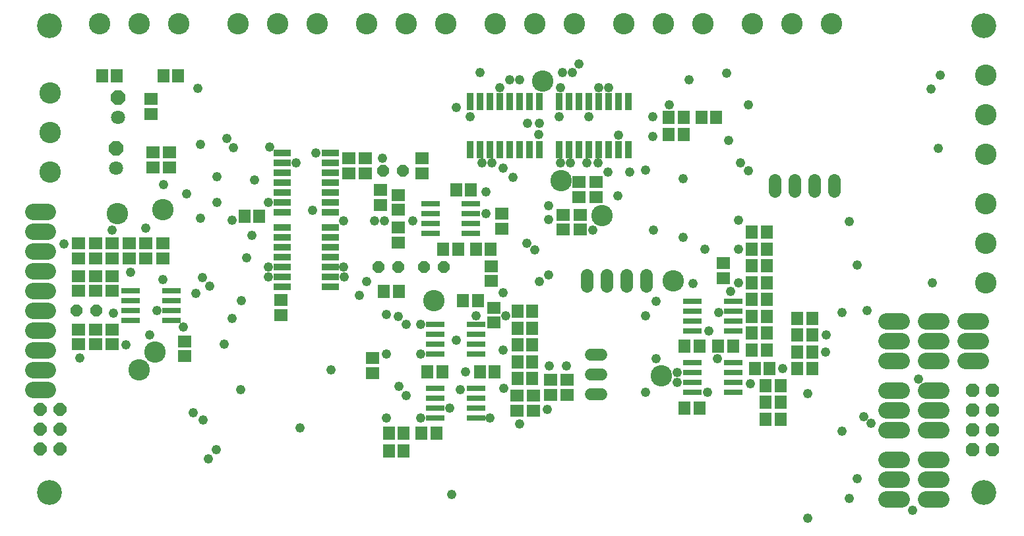
<source format=gbr>
G04 EAGLE Gerber RS-274X export*
G75*
%MOMM*%
%FSLAX34Y34*%
%LPD*%
%INSoldermask Top*%
%IPPOS*%
%AMOC8*
5,1,8,0,0,1.08239X$1,22.5*%
G01*
%ADD10C,3.203200*%
%ADD11R,1.703200X1.503200*%
%ADD12R,2.235200X0.863600*%
%ADD13R,1.803200X1.503200*%
%ADD14R,1.503200X1.803200*%
%ADD15R,0.863600X2.235200*%
%ADD16C,2.133600*%
%ADD17R,1.503200X1.703200*%
%ADD18C,2.743200*%
%ADD19C,1.524000*%
%ADD20P,1.951982X8X112.500000*%
%ADD21C,1.803400*%
%ADD22P,1.649562X8X22.500000*%
%ADD23R,2.403200X0.803200*%
%ADD24P,1.869504X8X292.500000*%
%ADD25P,1.759533X8X112.500000*%
%ADD26C,1.625600*%
%ADD27C,1.209600*%


D10*
X50000Y350000D03*
X50000Y950000D03*
X1250000Y950000D03*
X1250000Y350000D03*
D11*
X434340Y779120D03*
X434340Y760120D03*
D12*
X410464Y614680D03*
X348996Y614680D03*
X410464Y627380D03*
X410464Y640080D03*
X348996Y627380D03*
X348996Y640080D03*
X410464Y652780D03*
X348996Y652780D03*
X410464Y665480D03*
X410464Y678180D03*
X348996Y665480D03*
X348996Y678180D03*
X410464Y690880D03*
X348996Y690880D03*
X410464Y709930D03*
X348996Y709930D03*
X410464Y722630D03*
X410464Y735330D03*
X348996Y722630D03*
X348996Y735330D03*
X410464Y748030D03*
X348996Y748030D03*
X410464Y760730D03*
X410464Y773430D03*
X348996Y760730D03*
X348996Y773430D03*
X410464Y786130D03*
X348996Y786130D03*
D13*
X130810Y540410D03*
X130810Y559410D03*
X109220Y540410D03*
X109220Y559410D03*
X130810Y669900D03*
X130810Y650900D03*
X87630Y650900D03*
X87630Y669900D03*
X731520Y706730D03*
X731520Y687730D03*
D14*
X864210Y810260D03*
X845210Y810260D03*
D13*
X709930Y687730D03*
X709930Y706730D03*
D14*
X906120Y831850D03*
X887120Y831850D03*
D15*
X590550Y790956D03*
X590550Y852424D03*
X603250Y790956D03*
X615950Y790956D03*
X603250Y852424D03*
X615950Y852424D03*
X628650Y790956D03*
X628650Y852424D03*
X641350Y790956D03*
X641350Y852424D03*
X654050Y790956D03*
X666750Y790956D03*
X654050Y852424D03*
X666750Y852424D03*
X679450Y790956D03*
X679450Y852424D03*
X704850Y790956D03*
X704850Y852424D03*
X717550Y790956D03*
X730250Y790956D03*
X717550Y852424D03*
X730250Y852424D03*
X742950Y790956D03*
X742950Y852424D03*
X755650Y790956D03*
X755650Y852424D03*
X768350Y790956D03*
X781050Y790956D03*
X768350Y852424D03*
X781050Y852424D03*
X793750Y790956D03*
X793750Y852424D03*
D16*
X47752Y584200D02*
X28448Y584200D01*
X28448Y609600D02*
X47752Y609600D01*
X47752Y508000D02*
X28448Y508000D01*
X28448Y482600D02*
X47752Y482600D01*
X47752Y685800D02*
X28448Y685800D01*
X28448Y711200D02*
X47752Y711200D01*
X47752Y635000D02*
X28448Y635000D01*
X28448Y660400D02*
X47752Y660400D01*
D17*
X845210Y831850D03*
X864210Y831850D03*
D11*
X751840Y748640D03*
X751840Y729640D03*
D18*
X114300Y952500D03*
X165100Y952500D03*
X215900Y952500D03*
D14*
X970890Y684530D03*
X951890Y684530D03*
X970890Y619760D03*
X951890Y619760D03*
X951890Y598170D03*
X970890Y598170D03*
X970890Y554990D03*
X951890Y554990D03*
D17*
X951890Y641350D03*
X970890Y641350D03*
X970890Y662940D03*
X951890Y662940D03*
X951890Y576580D03*
X970890Y576580D03*
X927710Y538480D03*
X908710Y538480D03*
D14*
X1010310Y574040D03*
X1029310Y574040D03*
X955700Y509270D03*
X974700Y509270D03*
X1010310Y509270D03*
X1029310Y509270D03*
X988670Y466090D03*
X969670Y466090D03*
D17*
X1029310Y530860D03*
X1010310Y530860D03*
X1010310Y552450D03*
X1029310Y552450D03*
X969670Y487680D03*
X988670Y487680D03*
X969670Y444500D03*
X988670Y444500D03*
D14*
X600050Y596900D03*
X581050Y596900D03*
X669900Y561340D03*
X650900Y561340D03*
X669900Y539750D03*
X650900Y539750D03*
D13*
X715010Y475640D03*
X715010Y494640D03*
D14*
X669900Y518160D03*
X650900Y518160D03*
X669900Y496570D03*
X650900Y496570D03*
D17*
X555650Y662940D03*
X574650Y662940D03*
D11*
X621030Y587350D03*
X621030Y568350D03*
X693420Y494640D03*
X693420Y475640D03*
X671830Y474320D03*
X671830Y455320D03*
D19*
X745236Y476250D02*
X758444Y476250D01*
X758444Y527050D02*
X745236Y527050D01*
X745236Y501650D02*
X758444Y501650D01*
D11*
X464820Y522580D03*
X464820Y503580D03*
D17*
X951890Y533400D03*
X970890Y533400D03*
D11*
X915670Y625500D03*
X915670Y644500D03*
D17*
X884530Y538480D03*
X865530Y538480D03*
X865530Y458470D03*
X884530Y458470D03*
X669900Y582930D03*
X650900Y582930D03*
D11*
X182880Y767740D03*
X182880Y786740D03*
D20*
X135890Y792480D03*
D21*
X135890Y767080D03*
D20*
X138430Y857250D03*
D21*
X138430Y831850D03*
D11*
X180340Y836320D03*
X180340Y855320D03*
D13*
X152400Y650900D03*
X152400Y669900D03*
X195580Y650900D03*
X195580Y669900D03*
X173990Y650900D03*
X173990Y669900D03*
X109220Y627990D03*
X109220Y608990D03*
X130810Y608990D03*
X130810Y627990D03*
X87630Y627990D03*
X87630Y608990D03*
D22*
X85090Y584200D03*
X110490Y584200D03*
D11*
X204470Y767740D03*
X204470Y786740D03*
X223520Y525170D03*
X223520Y544170D03*
X109220Y650900D03*
X109220Y669900D03*
D13*
X730250Y748640D03*
X730250Y729640D03*
D11*
X87630Y540410D03*
X87630Y559410D03*
D23*
X154340Y596900D03*
X206340Y596900D03*
X154340Y609600D03*
X154340Y584200D03*
X154340Y571500D03*
X206340Y609600D03*
X206340Y584200D03*
X206340Y571500D03*
X875700Y582930D03*
X927700Y582930D03*
X875700Y595630D03*
X875700Y570230D03*
X875700Y557530D03*
X927700Y595630D03*
X927700Y570230D03*
X927700Y557530D03*
X875700Y504190D03*
X927700Y504190D03*
X875700Y516890D03*
X875700Y491490D03*
X875700Y478790D03*
X927700Y516890D03*
X927700Y491490D03*
X927700Y478790D03*
X597500Y541020D03*
X545500Y541020D03*
X597500Y528320D03*
X597500Y553720D03*
X597500Y566420D03*
X545500Y528320D03*
X545500Y553720D03*
X545500Y566420D03*
D16*
X1124458Y430530D02*
X1143762Y430530D01*
X1143762Y455930D02*
X1124458Y455930D01*
X1124458Y481330D02*
X1143762Y481330D01*
X1175258Y341630D02*
X1194562Y341630D01*
X1194562Y367030D02*
X1175258Y367030D01*
X1175258Y392430D02*
X1194562Y392430D01*
D18*
X50800Y762000D03*
X50800Y812800D03*
X50800Y863600D03*
X787400Y952500D03*
X838200Y952500D03*
X889000Y952500D03*
X622300Y952500D03*
X673100Y952500D03*
X723900Y952500D03*
X457200Y952500D03*
X508000Y952500D03*
X558800Y952500D03*
X292100Y952500D03*
X342900Y952500D03*
X393700Y952500D03*
X1252220Y721360D03*
X1252220Y670560D03*
X1252220Y619760D03*
X1252220Y886460D03*
X1252220Y835660D03*
X1252220Y784860D03*
X952500Y952500D03*
X1003300Y952500D03*
X1054100Y952500D03*
D14*
X504800Y403860D03*
X485800Y403860D03*
X485800Y426720D03*
X504800Y426720D03*
X479450Y608330D03*
X498450Y608330D03*
D22*
X472440Y640080D03*
X497840Y640080D03*
D13*
X617220Y621690D03*
X617220Y640690D03*
D14*
X616560Y662940D03*
X597560Y662940D03*
D13*
X631190Y689000D03*
X631190Y708000D03*
D22*
X530860Y640080D03*
X556260Y640080D03*
D13*
X497840Y732130D03*
X497840Y713130D03*
X497840Y690220D03*
X497840Y671220D03*
X528320Y779120D03*
X528320Y760120D03*
D22*
X478790Y763270D03*
X504190Y763270D03*
D16*
X47752Y533400D02*
X28448Y533400D01*
X28448Y558800D02*
X47752Y558800D01*
X1124458Y392430D02*
X1143762Y392430D01*
X1143762Y367030D02*
X1124458Y367030D01*
X1124458Y341630D02*
X1143762Y341630D01*
X1175258Y481330D02*
X1194562Y481330D01*
X1194562Y455930D02*
X1175258Y455930D01*
X1175258Y430530D02*
X1194562Y430530D01*
D24*
X1235710Y481330D03*
X1235710Y455930D03*
X1235710Y430530D03*
X1235710Y405130D03*
X1261110Y481330D03*
X1261110Y455930D03*
X1261110Y430530D03*
X1261110Y405130D03*
D25*
X63500Y406400D03*
X38100Y406400D03*
X63500Y431800D03*
X38100Y431800D03*
X63500Y457200D03*
X38100Y457200D03*
D17*
X300380Y704850D03*
X319380Y704850D03*
D11*
X346720Y578350D03*
X346720Y597350D03*
D17*
X136500Y885190D03*
X117500Y885190D03*
X215240Y885190D03*
X196240Y885190D03*
D14*
X535330Y505460D03*
X554330Y505460D03*
D13*
X650240Y474320D03*
X650240Y455320D03*
D16*
X1175258Y519430D02*
X1194562Y519430D01*
X1194562Y544830D02*
X1175258Y544830D01*
X1175258Y570230D02*
X1194562Y570230D01*
X1226058Y570230D02*
X1245362Y570230D01*
X1245362Y544830D02*
X1226058Y544830D01*
X1226058Y519430D02*
X1245362Y519430D01*
X1143762Y570230D02*
X1124458Y570230D01*
X1124458Y544830D02*
X1143762Y544830D01*
X1143762Y519430D02*
X1124458Y519430D01*
D23*
X597500Y458470D03*
X545500Y458470D03*
X597500Y445770D03*
X597500Y471170D03*
X597500Y483870D03*
X545500Y445770D03*
X545500Y471170D03*
X545500Y483870D03*
X591150Y695960D03*
X539150Y695960D03*
X591150Y683260D03*
X591150Y708660D03*
X591150Y721360D03*
X539150Y683260D03*
X539150Y708660D03*
X539150Y721360D03*
D13*
X455930Y779120D03*
X455930Y760120D03*
D17*
X527710Y426720D03*
X546710Y426720D03*
X621640Y505460D03*
X602640Y505460D03*
D11*
X474980Y719480D03*
X474980Y738480D03*
D17*
X572160Y739140D03*
X591160Y739140D03*
D26*
X981710Y737108D02*
X981710Y751332D01*
X1007110Y751332D02*
X1007110Y737108D01*
X1032510Y737108D02*
X1032510Y751332D01*
X1057910Y751332D02*
X1057910Y737108D01*
X740410Y629412D02*
X740410Y615188D01*
X765810Y615188D02*
X765810Y629412D01*
X791210Y629412D02*
X791210Y615188D01*
X816610Y615188D02*
X816610Y629412D01*
D18*
X137160Y708660D03*
X195580Y713740D03*
X759460Y706120D03*
X683260Y878840D03*
X707390Y750570D03*
X165100Y508000D03*
X185420Y530860D03*
X543560Y596900D03*
X835660Y500380D03*
X850900Y622300D03*
D27*
X448310Y603250D03*
X296624Y596793D03*
X295910Y482600D03*
X411480Y508000D03*
X706120Y773430D03*
X618490Y773430D03*
X628650Y869950D03*
X755650Y869950D03*
X706120Y869950D03*
X679450Y824024D03*
X664210Y824024D03*
X673100Y661670D03*
X68580Y669496D03*
X662940Y670560D03*
X767080Y762000D03*
X795020Y762000D03*
X742950Y833120D03*
X824436Y833120D03*
X845820Y848360D03*
X947420Y848360D03*
X947420Y763270D03*
X196850Y745490D03*
X477520Y779780D03*
X173990Y689610D03*
X779780Y731520D03*
X303530Y651304D03*
X427990Y640080D03*
X255888Y614985D03*
X254000Y393700D03*
X331470Y627380D03*
X246792Y626110D03*
X247650Y443436D03*
X372110Y433070D03*
X130810Y687070D03*
X392430Y786130D03*
X428072Y627298D03*
X237696Y605790D03*
X234744Y452532D03*
X641350Y880110D03*
X572358Y844550D03*
X645160Y755238D03*
X605124Y773732D03*
X603250Y889206D03*
X708660Y889206D03*
X654050Y880110D03*
X871220Y880110D03*
X815340Y764334D03*
X632254Y766874D03*
X730250Y900430D03*
X754380Y773430D03*
X937260Y773430D03*
X721360Y889206D03*
X922020Y802640D03*
X919480Y889000D03*
X718820Y773430D03*
X1193800Y886460D03*
X1191260Y792480D03*
X768350Y869950D03*
X1182164Y868680D03*
X1183640Y619760D03*
X740410Y773430D03*
X863600Y753110D03*
X309880Y680514D03*
X863600Y678180D03*
X387556Y712470D03*
X690880Y718820D03*
X148590Y539750D03*
X274320Y541020D03*
X332740Y793750D03*
X285937Y792686D03*
X367030Y773430D03*
X243840Y797560D03*
X243840Y702310D03*
X284480Y699770D03*
X284480Y574040D03*
X527050Y445770D03*
X482600Y445770D03*
X482600Y579120D03*
X527050Y528320D03*
X482600Y528320D03*
X924560Y608330D03*
X908050Y521970D03*
X829310Y521970D03*
X829310Y595932D03*
X480060Y698706D03*
X516842Y698754D03*
X222250Y562610D03*
X226060Y734060D03*
X132080Y580390D03*
X597500Y577579D03*
X497840Y576580D03*
X498904Y486616D03*
X584200Y505460D03*
X896620Y557530D03*
X895350Y478790D03*
X815340Y478790D03*
X815642Y577579D03*
X636270Y577579D03*
X610870Y736188D03*
X876300Y618490D03*
X934720Y619760D03*
X891540Y662940D03*
X934720Y662940D03*
X909320Y581660D03*
X1067864Y581660D03*
X1067864Y429054D03*
X991870Y509270D03*
X855980Y504190D03*
X855980Y491490D03*
X1047750Y552450D03*
X949960Y490220D03*
X1023620Y316843D03*
X1023620Y477520D03*
X632460Y533400D03*
X713740Y513080D03*
X689610Y457200D03*
X508000Y474980D03*
X508000Y566420D03*
X527050Y566420D03*
X187960Y584200D03*
X195580Y623570D03*
X457406Y621030D03*
X679450Y621030D03*
X178864Y552244D03*
X590550Y833120D03*
X704850Y833120D03*
X824436Y807720D03*
X154387Y633177D03*
X748030Y687070D03*
X240665Y869315D03*
X825500Y687070D03*
X331470Y640080D03*
X265430Y755856D03*
X313690Y751840D03*
X781050Y808990D03*
X678447Y809993D03*
X278130Y804593D03*
X610870Y708660D03*
X690880Y701040D03*
X690880Y629920D03*
X427273Y699053D03*
X467360Y698706D03*
X1046480Y530860D03*
X1165890Y495602D03*
X934720Y699770D03*
X1076960Y698500D03*
X1076960Y342900D03*
X88900Y523240D03*
X632460Y607060D03*
X1087120Y642620D03*
X1087120Y368300D03*
X563880Y458470D03*
X1158240Y327660D03*
X566420Y347980D03*
X331470Y722630D03*
X264984Y722630D03*
X264160Y405130D03*
X572564Y546100D03*
X692150Y513080D03*
X1095804Y447430D03*
X1099820Y584200D03*
X633730Y483870D03*
X577850Y481940D03*
X615950Y445770D03*
X654050Y438150D03*
X1104900Y439420D03*
M02*

</source>
